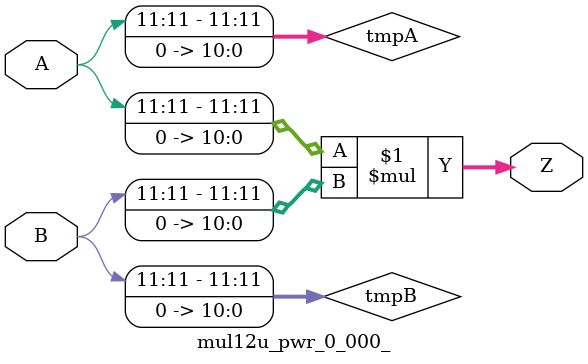
<source format=v>
/***
* This code is a part of ApproxLib library (ehw.fit.vutbr.cz/approxlib) distributed under a XXXX public license.
* When used, please cite the following article(s): V. Mrazek, Z. Vasicek, L. Sekanina, H. Jiang and J. Han, "Scalable Construction of Approximate Multipliers With Formally Guaranteed Worst Case Error" in IEEE Transactions on Very Large Scale Integration (VLSI) Systems, vol. 26, no. 11, pp. 2572-2576, Nov. 2018. doi: 10.1109/TVLSI.2018.2856362 
* This file is pareto optimal sub-set in the pwr and mse parameters
***/

//Behavioral model of 12-bit Truncated Multiplier
//Truncated bits: 11

module mul12u_pwr_0_000_(
	A, 
	B,
	Z
);

input [12-1:0] A;
input [12-1:0] B;
output [2*12-1:0] Z;

wire [12-1:0] tmpA;
wire [12-1:0] tmpB;
assign tmpA = {A[12-1:11],{11{1'b0}}};
assign tmpB = {B[12-1:11],{11{1'b0}}};
assign Z = tmpA * tmpB;
endmodule


// internal reference: truncation-tm.12.mul12u_pwr_0_000_


</source>
